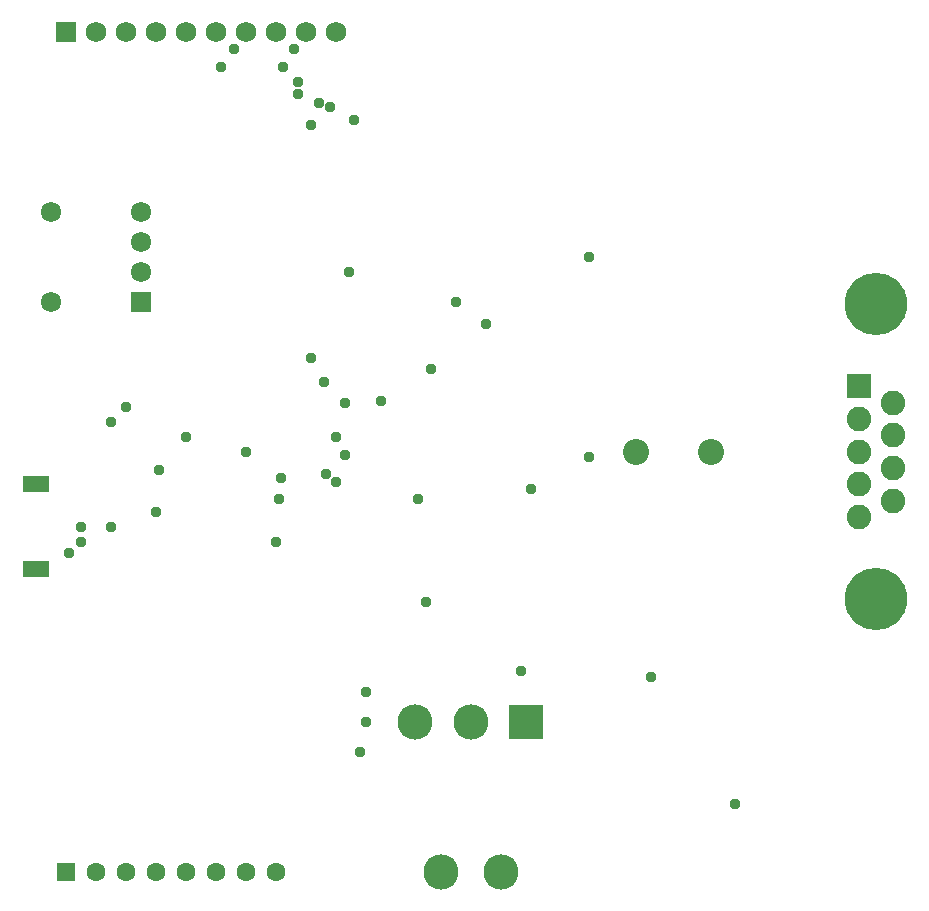
<source format=gbr>
G04 EAGLE Gerber RS-274X export*
G75*
%MOMM*%
%FSLAX34Y34*%
%LPD*%
%INSoldermask Bottom*%
%IPPOS*%
%AMOC8*
5,1,8,0,0,1.08239X$1,22.5*%
G01*
%ADD10R,1.721200X1.721200*%
%ADD11C,1.721200*%
%ADD12C,2.203200*%
%ADD13R,2.082800X2.082800*%
%ADD14C,2.082800*%
%ADD15C,5.283200*%
%ADD16R,1.733200X1.733200*%
%ADD17C,1.733200*%
%ADD18R,1.601200X1.601200*%
%ADD19C,1.601200*%
%ADD20R,2.978200X2.978200*%
%ADD21C,2.978200*%
%ADD22R,2.301819X1.456819*%
%ADD23R,2.302169X1.444631*%
%ADD24C,0.653200*%
%ADD25C,0.959600*%


D10*
X101600Y508000D03*
D11*
X101600Y533400D03*
X101600Y558800D03*
X101600Y584200D03*
X25400Y584200D03*
X25400Y508000D03*
D12*
X520700Y381000D03*
X584200Y381000D03*
D13*
X709700Y436400D03*
D14*
X709700Y408700D03*
X709700Y381000D03*
X709700Y353300D03*
X709700Y325600D03*
X738100Y422500D03*
X738100Y394800D03*
X738100Y367200D03*
X738100Y339500D03*
D15*
X723900Y506000D03*
X723900Y256000D03*
D16*
X38100Y736600D03*
D17*
X63500Y736600D03*
X88900Y736600D03*
X114300Y736600D03*
X139700Y736600D03*
X165100Y736600D03*
X190500Y736600D03*
X215900Y736600D03*
X241300Y736600D03*
X266700Y736600D03*
D18*
X38100Y25400D03*
D19*
X63500Y25400D03*
X88900Y25400D03*
X114300Y25400D03*
X139700Y25400D03*
X165100Y25400D03*
X190500Y25400D03*
X215900Y25400D03*
D20*
X428000Y152400D03*
D21*
X381000Y152400D03*
X334000Y152400D03*
X355600Y25400D03*
X406400Y25400D03*
D22*
X12691Y353284D03*
D23*
X12689Y281723D03*
D24*
X12700Y353250D03*
X12700Y281750D03*
D25*
X481013Y376238D03*
X481013Y546100D03*
X114300Y330200D03*
X215900Y304800D03*
X292100Y177800D03*
X117475Y365125D03*
X533400Y190500D03*
X342900Y254000D03*
X292100Y152400D03*
X50800Y304800D03*
X139700Y393700D03*
X190500Y381000D03*
X266700Y355600D03*
X266700Y393700D03*
X368300Y508000D03*
X423863Y195263D03*
X220663Y358775D03*
X258763Y361950D03*
X219075Y341313D03*
X336550Y341313D03*
X604838Y82550D03*
X287338Y127000D03*
X252413Y676275D03*
X180975Y722313D03*
X393700Y488950D03*
X282575Y661988D03*
X234950Y693738D03*
X222250Y706438D03*
X169863Y706438D03*
X234950Y684213D03*
X246063Y460375D03*
X347663Y450850D03*
X274638Y377825D03*
X304800Y423863D03*
X274638Y422275D03*
X257175Y439738D03*
X277813Y533400D03*
X231775Y722313D03*
X431800Y349250D03*
X41275Y295275D03*
X261938Y673100D03*
X246063Y657225D03*
X76200Y317500D03*
X76200Y406400D03*
X50800Y317500D03*
X88900Y419100D03*
M02*

</source>
